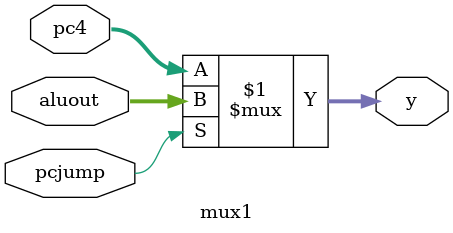
<source format=v>
module mux1 (
    input [31:0] pc4,
    input [31:0] aluout,
    input pcjump,
    output [31:0] y
);
    assign y = pcjump ? aluout : pc4;
endmodule

</source>
